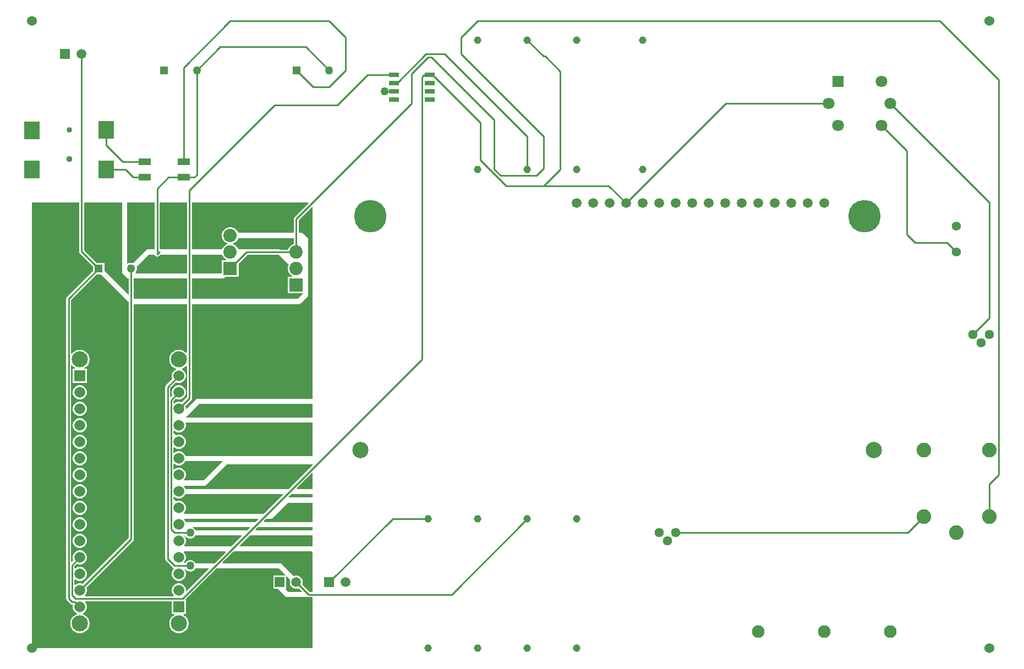
<source format=gtl>
G04*
G04 #@! TF.GenerationSoftware,Altium Limited,Altium Designer,23.6.0 (18)*
G04*
G04 Layer_Physical_Order=1*
G04 Layer_Color=255*
%FSLAX44Y44*%
%MOMM*%
G71*
G04*
G04 #@! TF.SameCoordinates,7898EC2A-0A59-48EF-961D-189EECB35E8C*
G04*
G04*
G04 #@! TF.FilePolarity,Positive*
G04*
G01*
G75*
%ADD13C,0.2540*%
%ADD14R,2.4000X2.8000*%
%ADD15R,1.5250X0.6500*%
%ADD16R,1.8500X1.0000*%
%ADD42C,5.0000*%
%ADD43C,2.5000*%
%ADD44C,1.5000*%
%ADD45C,1.5240*%
%ADD46C,1.1500*%
%ADD47C,0.9500*%
%ADD48C,0.8500*%
%ADD49R,2.0550X2.0550*%
%ADD50C,2.0550*%
%ADD51C,2.2500*%
%ADD52R,1.2750X1.2750*%
%ADD53C,1.2750*%
%ADD54C,1.4400*%
%ADD55R,1.5000X1.5000*%
%ADD56C,1.9500*%
%ADD57C,1.4000*%
%ADD58C,1.8000*%
%ADD59R,1.8000X1.8000*%
%ADD60R,1.6650X1.6650*%
%ADD61C,1.6650*%
%ADD62C,2.4750*%
%ADD63C,1.2700*%
G36*
X450533Y710027D02*
X429053Y688547D01*
X428211Y687287D01*
X427915Y685800D01*
Y664285D01*
X342426D01*
X342142Y665346D01*
X340454Y668269D01*
X338069Y670655D01*
X335146Y672342D01*
X331887Y673215D01*
X328513D01*
X325254Y672342D01*
X322331Y670655D01*
X319946Y668269D01*
X318258Y665346D01*
X317385Y662087D01*
Y658713D01*
X318258Y655454D01*
X319946Y652531D01*
X322331Y650145D01*
X325254Y648458D01*
X325621Y648360D01*
Y647090D01*
X325254Y646992D01*
X322331Y645304D01*
X319946Y642918D01*
X318258Y639996D01*
X317974Y638934D01*
X271347D01*
Y711200D01*
X450047D01*
X450533Y710027D01*
D02*
G37*
G36*
X263577Y638934D02*
X221563D01*
Y711200D01*
X263577D01*
Y638934D01*
D02*
G37*
G36*
X427915Y647126D02*
X426854Y646842D01*
X423931Y645154D01*
X421545Y642768D01*
X419858Y639846D01*
X419574Y638785D01*
X407053D01*
X406300Y638934D01*
X342426D01*
X342142Y639996D01*
X340454Y642918D01*
X338069Y645304D01*
X335146Y646992D01*
X334779Y647090D01*
Y648360D01*
X335146Y648458D01*
X338069Y650145D01*
X340454Y652531D01*
X342142Y655454D01*
X342426Y656515D01*
X427915D01*
Y647126D01*
D02*
G37*
G36*
X263577Y601801D02*
X184404D01*
X183878Y603071D01*
X184934Y604126D01*
X186108Y606159D01*
X186715Y608426D01*
Y610774D01*
X186240Y612546D01*
X204859Y631165D01*
X213899D01*
X214089Y630211D01*
X214931Y628951D01*
X216191Y628109D01*
X217678Y627813D01*
X219165Y628109D01*
X220425Y628951D01*
X222639Y631165D01*
X263577D01*
Y601801D01*
D02*
G37*
G36*
X213793Y638934D02*
X203250D01*
X201763Y638639D01*
X200503Y637797D01*
X180746Y618040D01*
X178974Y618515D01*
X176626D01*
X174359Y617907D01*
X172541Y616858D01*
X171271Y617286D01*
Y711200D01*
X213793D01*
Y638934D01*
D02*
G37*
G36*
X318258Y630103D02*
X319946Y627181D01*
X322331Y624795D01*
X324082Y623785D01*
X323742Y622515D01*
X317385D01*
Y602378D01*
X316807Y601801D01*
X271347D01*
Y631165D01*
X317974D01*
X318258Y630103D01*
D02*
G37*
G36*
X163501Y604520D02*
X163797Y603033D01*
X164639Y601773D01*
X171243Y595169D01*
X172503Y594327D01*
X173915Y594046D01*
Y570638D01*
X172742Y570152D01*
X136715Y606179D01*
Y618515D01*
X124379D01*
X105485Y637409D01*
Y711200D01*
X163501D01*
Y604520D01*
D02*
G37*
G36*
X420408Y615448D02*
X419858Y614496D01*
X418985Y611237D01*
Y607863D01*
X419858Y604603D01*
X421545Y601681D01*
X423931Y599295D01*
X425681Y598285D01*
X425341Y597015D01*
X418985D01*
Y571385D01*
X441159D01*
X441685Y570115D01*
X434255Y562685D01*
X271347D01*
Y594031D01*
X318416D01*
X319903Y594327D01*
X321163Y595169D01*
X322879Y596885D01*
X343015D01*
Y617021D01*
X357009Y631015D01*
X404841D01*
X420408Y615448D01*
D02*
G37*
G36*
X263577Y562685D02*
X181685D01*
Y594031D01*
X263577D01*
Y562685D01*
D02*
G37*
G36*
Y480234D02*
X262307Y479708D01*
X260677Y481338D01*
X258234Y482970D01*
X255520Y484095D01*
X252638Y484668D01*
X249700D01*
X246819Y484095D01*
X244104Y482970D01*
X241662Y481338D01*
X239584Y479260D01*
X237952Y476818D01*
X236828Y474103D01*
X236254Y471222D01*
Y468284D01*
X236828Y465402D01*
X237952Y462688D01*
X239584Y460245D01*
X241662Y458167D01*
X244104Y456535D01*
X246399Y455585D01*
X246546Y454355D01*
X246508Y454207D01*
X244498Y453047D01*
X242475Y451024D01*
X241045Y448546D01*
X240304Y445783D01*
Y442922D01*
X241045Y440159D01*
X241205Y439882D01*
X231187Y429864D01*
X230345Y428604D01*
X230049Y427117D01*
Y387604D01*
Y183134D01*
Y162560D01*
X230345Y161073D01*
X231187Y159813D01*
X241601Y149399D01*
X242861Y148557D01*
X242987Y148532D01*
X243405Y147154D01*
X242475Y146224D01*
X241045Y143746D01*
X240304Y140983D01*
Y138122D01*
X241045Y135359D01*
X242475Y132881D01*
X244498Y130858D01*
X246976Y129428D01*
X249739Y128688D01*
X252600D01*
X255363Y129428D01*
X257841Y130858D01*
X259864Y132881D01*
X261294Y135359D01*
X262034Y138122D01*
Y140983D01*
X261294Y143746D01*
X259864Y146224D01*
X259714Y146373D01*
X260205Y147678D01*
X260771Y147715D01*
X261364Y146687D01*
X263019Y145032D01*
X265047Y143862D01*
X267308Y143256D01*
X269648D01*
X271909Y143862D01*
X273937Y145032D01*
X275592Y146687D01*
X276500Y148261D01*
X296556D01*
X297042Y147088D01*
X263304Y113350D01*
X262034Y113876D01*
Y115583D01*
X261294Y118346D01*
X259864Y120824D01*
X257841Y122847D01*
X255363Y124277D01*
X252600Y125018D01*
X249739D01*
X246976Y124277D01*
X244498Y122847D01*
X242475Y120824D01*
X241045Y118346D01*
X240304Y115583D01*
Y112722D01*
X241045Y109959D01*
X242475Y107481D01*
X243456Y106501D01*
X242930Y105231D01*
X107009D01*
X106483Y106501D01*
X107464Y107481D01*
X108894Y109959D01*
X109634Y112722D01*
Y115583D01*
X108894Y118346D01*
X108734Y118624D01*
X180547Y190436D01*
X181389Y191697D01*
X181685Y193183D01*
Y554915D01*
X263577D01*
Y480234D01*
D02*
G37*
G36*
Y459272D02*
Y411454D01*
X255640Y403517D01*
X255363Y403677D01*
X252600Y404418D01*
X249739D01*
X246976Y403677D01*
X244498Y402247D01*
X244072Y401821D01*
X242899Y402307D01*
Y405188D01*
X246699Y408988D01*
X246976Y408828D01*
X249739Y408088D01*
X252600D01*
X255363Y408828D01*
X257841Y410258D01*
X259864Y412281D01*
X261294Y414759D01*
X262034Y417522D01*
Y420383D01*
X261294Y423146D01*
X259864Y425624D01*
X257841Y427647D01*
X255363Y429077D01*
X252600Y429818D01*
X249739D01*
X246976Y429077D01*
X244498Y427647D01*
X242475Y425624D01*
X241045Y423146D01*
X240304Y420383D01*
Y417522D01*
X241045Y414759D01*
X241205Y414482D01*
X238992Y412269D01*
X237819Y412755D01*
Y425508D01*
X246699Y434388D01*
X246976Y434228D01*
X249739Y433488D01*
X252600D01*
X255363Y434228D01*
X257841Y435658D01*
X259864Y437681D01*
X261294Y440159D01*
X262034Y442922D01*
Y445783D01*
X261294Y448546D01*
X259864Y451024D01*
X257841Y453047D01*
X255831Y454207D01*
X255793Y454355D01*
X255940Y455585D01*
X258234Y456535D01*
X260677Y458167D01*
X262307Y459798D01*
X263577Y459272D01*
D02*
G37*
G36*
X173915Y557991D02*
Y194792D01*
X103240Y124117D01*
X102963Y124277D01*
X100200Y125018D01*
X97339D01*
X94576Y124277D01*
X92098Y122847D01*
X91672Y122421D01*
X90499Y122907D01*
Y130799D01*
X91672Y131285D01*
X92098Y130858D01*
X94576Y129428D01*
X97339Y128688D01*
X100200D01*
X102963Y129428D01*
X105441Y130858D01*
X107464Y132881D01*
X108894Y135359D01*
X109634Y138122D01*
Y140983D01*
X108894Y143746D01*
X107464Y146224D01*
X105441Y148247D01*
X102963Y149677D01*
X100200Y150418D01*
X97339D01*
X94576Y149677D01*
X92098Y148247D01*
X91672Y147821D01*
X90499Y148307D01*
Y151188D01*
X94299Y154988D01*
X94576Y154828D01*
X97339Y154088D01*
X100200D01*
X102963Y154828D01*
X105441Y156258D01*
X107464Y158281D01*
X108894Y160759D01*
X109634Y163522D01*
Y166383D01*
X108894Y169146D01*
X107464Y171624D01*
X105441Y173647D01*
X102963Y175077D01*
X100200Y175818D01*
X97339D01*
X94576Y175077D01*
X92098Y173647D01*
X90075Y171624D01*
X88645Y169146D01*
X87904Y166383D01*
Y163522D01*
X88645Y160759D01*
X88805Y160482D01*
X86592Y158269D01*
X85419Y158755D01*
Y460601D01*
X86689Y460987D01*
X87184Y460245D01*
X89262Y458167D01*
X91705Y456535D01*
X91819Y456488D01*
X91567Y455218D01*
X87904D01*
Y433488D01*
X109634D01*
Y455218D01*
X105972D01*
X105720Y456488D01*
X105834Y456535D01*
X108277Y458167D01*
X110355Y460245D01*
X111987Y462688D01*
X113111Y465402D01*
X113684Y468284D01*
Y471222D01*
X113111Y474103D01*
X111987Y476818D01*
X110355Y479260D01*
X108277Y481338D01*
X105834Y482970D01*
X103120Y484095D01*
X100238Y484668D01*
X97300D01*
X94419Y484095D01*
X91705Y482970D01*
X89262Y481338D01*
X87184Y479260D01*
X86689Y478519D01*
X85419Y478904D01*
Y561725D01*
X124379Y600685D01*
X131221D01*
X173915Y557991D01*
D02*
G37*
G36*
X457200Y704047D02*
Y409269D01*
X280416D01*
X278929Y408973D01*
X277669Y408131D01*
X263208Y393670D01*
X262034Y394156D01*
Y394983D01*
X261294Y397746D01*
X261134Y398023D01*
X270209Y407098D01*
X271051Y408359D01*
X271347Y409845D01*
Y554915D01*
X435864D01*
X437351Y555211D01*
X438611Y556053D01*
X448771Y566213D01*
X449613Y567473D01*
X449909Y568960D01*
Y654050D01*
X449613Y655537D01*
X448771Y656797D01*
X442421Y663147D01*
X441161Y663989D01*
X439674Y664285D01*
X435685D01*
Y684191D01*
X456027Y704533D01*
X457200Y704047D01*
D02*
G37*
G36*
Y380059D02*
X262244D01*
X261758Y381232D01*
X282025Y401499D01*
X457200D01*
Y380059D01*
D02*
G37*
G36*
Y321237D02*
X261377D01*
X261294Y321546D01*
X259864Y324024D01*
X257841Y326047D01*
X255363Y327477D01*
X252600Y328218D01*
X249739D01*
X246976Y327477D01*
X244498Y326047D01*
X244072Y325621D01*
X242899Y326107D01*
Y333999D01*
X244072Y334485D01*
X244498Y334058D01*
X246976Y332628D01*
X249739Y331888D01*
X252600D01*
X255363Y332628D01*
X257841Y334058D01*
X259864Y336081D01*
X261294Y338559D01*
X262034Y341322D01*
Y344183D01*
X261294Y346946D01*
X259864Y349424D01*
X257841Y351447D01*
X255363Y352877D01*
X252600Y353618D01*
X249739D01*
X246976Y352877D01*
X246699Y352717D01*
X242899Y356517D01*
Y359399D01*
X244072Y359885D01*
X244498Y359459D01*
X246976Y358028D01*
X249739Y357288D01*
X252600D01*
X255363Y358028D01*
X257841Y359459D01*
X259864Y361481D01*
X261294Y363959D01*
X262034Y366722D01*
Y369583D01*
X261579Y371282D01*
X262352Y372289D01*
X457200D01*
Y321237D01*
D02*
G37*
G36*
X318231Y312295D02*
X289221Y283285D01*
X259526D01*
X259040Y284458D01*
X259864Y285281D01*
X261294Y287759D01*
X262034Y290522D01*
Y293383D01*
X261294Y296146D01*
X259864Y298624D01*
X257841Y300647D01*
X255363Y302077D01*
X252600Y302818D01*
X249739D01*
X246976Y302077D01*
X244498Y300647D01*
X244072Y300221D01*
X242899Y300707D01*
Y308599D01*
X244072Y309085D01*
X244498Y308659D01*
X246976Y307228D01*
X249739Y306488D01*
X252600D01*
X255363Y307228D01*
X257841Y308659D01*
X259864Y310681D01*
X261294Y313159D01*
X261377Y313468D01*
X317745D01*
X318231Y312295D01*
D02*
G37*
G36*
X457200Y294599D02*
Y270437D01*
X433038D01*
X432552Y271611D01*
X456027Y295085D01*
X457200Y294599D01*
D02*
G37*
G36*
X456966Y307011D02*
X420392Y270437D01*
X261377D01*
X261294Y270746D01*
X259864Y273224D01*
X258842Y274245D01*
X259368Y275515D01*
X290830D01*
X292317Y275811D01*
X293577Y276653D01*
X325205Y308281D01*
X456634D01*
X456966Y307011D01*
D02*
G37*
G36*
X457200Y257123D02*
X419724D01*
X419238Y258296D01*
X423610Y262668D01*
X457200D01*
Y257123D01*
D02*
G37*
G36*
X411449Y261495D02*
X382185Y232231D01*
X259409D01*
X258883Y233501D01*
X259864Y234481D01*
X261294Y236959D01*
X262034Y239722D01*
Y242583D01*
X261294Y245346D01*
X259864Y247824D01*
X257841Y249847D01*
X255363Y251277D01*
X252600Y252018D01*
X249739D01*
X246976Y251277D01*
X246699Y251117D01*
X242899Y254917D01*
Y257799D01*
X244072Y258285D01*
X244498Y257859D01*
X246976Y256428D01*
X249739Y255688D01*
X252600D01*
X255363Y256428D01*
X257841Y257859D01*
X259864Y259881D01*
X261294Y262359D01*
X261377Y262668D01*
X410963D01*
X411449Y261495D01*
D02*
G37*
G36*
X457200Y219637D02*
X382238D01*
X381752Y220811D01*
X385403Y224461D01*
X391922D01*
X393409Y224757D01*
X394669Y225599D01*
X418423Y249353D01*
X457200D01*
Y219637D01*
D02*
G37*
G36*
X373242Y223288D02*
X369592Y219637D01*
X261377D01*
X261294Y219946D01*
X259864Y222424D01*
X259096Y223191D01*
X259622Y224461D01*
X372756D01*
X373242Y223288D01*
D02*
G37*
G36*
X457200Y206831D02*
X369432D01*
X368946Y208004D01*
X372810Y211868D01*
X457200D01*
Y206831D01*
D02*
G37*
G36*
X360649Y210695D02*
X356785Y206831D01*
X276500D01*
X275592Y208405D01*
X273937Y210060D01*
X273004Y210598D01*
X273345Y211868D01*
X360163D01*
X360649Y210695D01*
D02*
G37*
G36*
X347842Y197888D02*
X331893Y181939D01*
X259780D01*
X259294Y183112D01*
X259864Y183681D01*
X261294Y186159D01*
X262034Y188922D01*
Y191783D01*
X261294Y194546D01*
X259864Y197024D01*
X259714Y197173D01*
X260205Y198478D01*
X260771Y198515D01*
X261364Y197487D01*
X263019Y195832D01*
X265047Y194662D01*
X267308Y194056D01*
X269648D01*
X271909Y194662D01*
X273937Y195832D01*
X275592Y197487D01*
X276500Y199061D01*
X347356D01*
X347842Y197888D01*
D02*
G37*
G36*
X457200Y182147D02*
X456946Y181939D01*
X344540D01*
X344054Y183112D01*
X360003Y199061D01*
X457200D01*
Y182147D01*
D02*
G37*
G36*
X322950Y172996D02*
X305985Y156031D01*
X276500D01*
X275592Y157605D01*
X273937Y159260D01*
X271909Y160430D01*
X269648Y161036D01*
X267308D01*
X265047Y160430D01*
X263019Y159260D01*
X261364Y157605D01*
X260582Y156250D01*
X259478Y156277D01*
X259006Y157423D01*
X259864Y158281D01*
X261294Y160759D01*
X262034Y163522D01*
Y166383D01*
X261294Y169146D01*
X259864Y171624D01*
X258588Y172899D01*
X259114Y174169D01*
X322464D01*
X322950Y172996D01*
D02*
G37*
G36*
X457200Y172306D02*
Y111581D01*
X452713D01*
X441159Y123135D01*
X441840Y125678D01*
Y128322D01*
X441156Y130875D01*
X439834Y133165D01*
X437965Y135034D01*
X435675Y136356D01*
X433122Y137040D01*
X430478D01*
X427935Y136359D01*
X409401Y154893D01*
X408141Y155735D01*
X406654Y156031D01*
X318632D01*
X318146Y157204D01*
X335111Y174169D01*
X455337D01*
X457200Y172306D01*
D02*
G37*
G36*
X422441Y130865D02*
X421760Y128322D01*
Y125678D01*
X422444Y123125D01*
X423766Y120835D01*
X425635Y118966D01*
X427925Y117644D01*
X430478Y116960D01*
X433122D01*
X435665Y117641D01*
X440552Y112754D01*
X440066Y111581D01*
X419439D01*
X415233Y115787D01*
X415719Y116960D01*
X416440D01*
Y135207D01*
X417613Y135693D01*
X422441Y130865D01*
D02*
G37*
G36*
X97715Y635800D02*
X98011Y634314D01*
X98853Y633053D01*
X118885Y613021D01*
Y606179D01*
X78787Y566081D01*
X77945Y564821D01*
X77649Y563334D01*
Y101600D01*
X77945Y100113D01*
X78787Y98853D01*
X84121Y93519D01*
X85381Y92677D01*
X86868Y92381D01*
X87450D01*
X88223Y91374D01*
X87904Y90183D01*
Y87322D01*
X88645Y84559D01*
X90075Y82081D01*
X92098Y80058D01*
X94108Y78898D01*
X94146Y78750D01*
X93999Y77521D01*
X91705Y76570D01*
X89262Y74938D01*
X87184Y72860D01*
X85552Y70418D01*
X84428Y67703D01*
X83854Y64822D01*
Y61884D01*
X84428Y59002D01*
X85552Y56288D01*
X87184Y53845D01*
X89262Y51768D01*
X91705Y50135D01*
X94419Y49011D01*
X97300Y48438D01*
X100238D01*
X103120Y49011D01*
X105834Y50135D01*
X108277Y51768D01*
X110355Y53845D01*
X111987Y56288D01*
X113111Y59002D01*
X113684Y61884D01*
Y64822D01*
X113111Y67703D01*
X111987Y70418D01*
X110355Y72860D01*
X108277Y74938D01*
X105834Y76570D01*
X103540Y77521D01*
X103392Y78750D01*
X103431Y78898D01*
X105441Y80058D01*
X107464Y82081D01*
X108894Y84559D01*
X109634Y87322D01*
Y90183D01*
X108894Y92946D01*
X107464Y95424D01*
X106696Y96191D01*
X107222Y97461D01*
X240304D01*
Y77888D01*
X243967D01*
X244219Y76618D01*
X244104Y76570D01*
X241662Y74938D01*
X239584Y72860D01*
X237952Y70418D01*
X236828Y67703D01*
X236254Y64822D01*
Y61884D01*
X236828Y59002D01*
X237952Y56288D01*
X239584Y53845D01*
X241662Y51768D01*
X244104Y50135D01*
X246819Y49011D01*
X249700Y48438D01*
X252638D01*
X255520Y49011D01*
X258234Y50135D01*
X260677Y51768D01*
X262755Y53845D01*
X264387Y56288D01*
X265511Y59002D01*
X266084Y61884D01*
Y64822D01*
X265511Y67703D01*
X264387Y70418D01*
X262755Y72860D01*
X260677Y74938D01*
X258234Y76570D01*
X258120Y76618D01*
X258372Y77888D01*
X262034D01*
Y99618D01*
X262034D01*
X261602Y100661D01*
X309203Y148261D01*
X405045D01*
X415093Y138213D01*
X414607Y137040D01*
X396360D01*
Y116960D01*
X403265D01*
X403653Y116379D01*
X415083Y104949D01*
X416343Y104107D01*
X417830Y103811D01*
X457200D01*
Y25400D01*
X25400D01*
Y711200D01*
X97715D01*
Y635800D01*
D02*
G37*
%LPC*%
G36*
X100200Y429818D02*
X97339D01*
X94576Y429077D01*
X92098Y427647D01*
X90075Y425624D01*
X88645Y423146D01*
X87904Y420383D01*
Y417522D01*
X88645Y414759D01*
X90075Y412281D01*
X92098Y410258D01*
X94576Y408828D01*
X97339Y408088D01*
X100200D01*
X102963Y408828D01*
X105441Y410258D01*
X107464Y412281D01*
X108894Y414759D01*
X109634Y417522D01*
Y420383D01*
X108894Y423146D01*
X107464Y425624D01*
X105441Y427647D01*
X102963Y429077D01*
X100200Y429818D01*
D02*
G37*
G36*
Y404418D02*
X97339D01*
X94576Y403677D01*
X92098Y402247D01*
X90075Y400224D01*
X88645Y397746D01*
X87904Y394983D01*
Y392122D01*
X88645Y389359D01*
X90075Y386881D01*
X92098Y384859D01*
X94576Y383428D01*
X97339Y382688D01*
X100200D01*
X102963Y383428D01*
X105441Y384859D01*
X107464Y386881D01*
X108894Y389359D01*
X109634Y392122D01*
Y394983D01*
X108894Y397746D01*
X107464Y400224D01*
X105441Y402247D01*
X102963Y403677D01*
X100200Y404418D01*
D02*
G37*
G36*
Y379018D02*
X97339D01*
X94576Y378277D01*
X92098Y376847D01*
X90075Y374824D01*
X88645Y372346D01*
X87904Y369583D01*
Y366722D01*
X88645Y363959D01*
X90075Y361481D01*
X92098Y359459D01*
X94576Y358028D01*
X97339Y357288D01*
X100200D01*
X102963Y358028D01*
X105441Y359459D01*
X107464Y361481D01*
X108894Y363959D01*
X109634Y366722D01*
Y369583D01*
X108894Y372346D01*
X107464Y374824D01*
X105441Y376847D01*
X102963Y378277D01*
X100200Y379018D01*
D02*
G37*
G36*
Y353618D02*
X97339D01*
X94576Y352877D01*
X92098Y351447D01*
X90075Y349424D01*
X88645Y346946D01*
X87904Y344183D01*
Y341322D01*
X88645Y338559D01*
X90075Y336081D01*
X92098Y334058D01*
X94576Y332628D01*
X97339Y331888D01*
X100200D01*
X102963Y332628D01*
X105441Y334058D01*
X107464Y336081D01*
X108894Y338559D01*
X109634Y341322D01*
Y344183D01*
X108894Y346946D01*
X107464Y349424D01*
X105441Y351447D01*
X102963Y352877D01*
X100200Y353618D01*
D02*
G37*
G36*
Y328218D02*
X97339D01*
X94576Y327477D01*
X92098Y326047D01*
X90075Y324024D01*
X88645Y321546D01*
X87904Y318783D01*
Y315922D01*
X88645Y313159D01*
X90075Y310681D01*
X92098Y308659D01*
X94576Y307228D01*
X97339Y306488D01*
X100200D01*
X102963Y307228D01*
X105441Y308659D01*
X107464Y310681D01*
X108894Y313159D01*
X109634Y315922D01*
Y318783D01*
X108894Y321546D01*
X107464Y324024D01*
X105441Y326047D01*
X102963Y327477D01*
X100200Y328218D01*
D02*
G37*
G36*
Y302818D02*
X97339D01*
X94576Y302077D01*
X92098Y300647D01*
X90075Y298624D01*
X88645Y296146D01*
X87904Y293383D01*
Y290522D01*
X88645Y287759D01*
X90075Y285281D01*
X92098Y283258D01*
X94576Y281828D01*
X97339Y281088D01*
X100200D01*
X102963Y281828D01*
X105441Y283258D01*
X107464Y285281D01*
X108894Y287759D01*
X109634Y290522D01*
Y293383D01*
X108894Y296146D01*
X107464Y298624D01*
X105441Y300647D01*
X102963Y302077D01*
X100200Y302818D01*
D02*
G37*
G36*
Y277418D02*
X97339D01*
X94576Y276677D01*
X92098Y275247D01*
X90075Y273224D01*
X88645Y270746D01*
X87904Y267983D01*
Y265122D01*
X88645Y262359D01*
X90075Y259881D01*
X92098Y257859D01*
X94576Y256428D01*
X97339Y255688D01*
X100200D01*
X102963Y256428D01*
X105441Y257859D01*
X107464Y259881D01*
X108894Y262359D01*
X109634Y265122D01*
Y267983D01*
X108894Y270746D01*
X107464Y273224D01*
X105441Y275247D01*
X102963Y276677D01*
X100200Y277418D01*
D02*
G37*
G36*
Y252018D02*
X97339D01*
X94576Y251277D01*
X92098Y249847D01*
X90075Y247824D01*
X88645Y245346D01*
X87904Y242583D01*
Y239722D01*
X88645Y236959D01*
X90075Y234481D01*
X92098Y232458D01*
X94576Y231028D01*
X97339Y230288D01*
X100200D01*
X102963Y231028D01*
X105441Y232458D01*
X107464Y234481D01*
X108894Y236959D01*
X109634Y239722D01*
Y242583D01*
X108894Y245346D01*
X107464Y247824D01*
X105441Y249847D01*
X102963Y251277D01*
X100200Y252018D01*
D02*
G37*
G36*
Y226618D02*
X97339D01*
X94576Y225877D01*
X92098Y224447D01*
X90075Y222424D01*
X88645Y219946D01*
X87904Y217183D01*
Y214322D01*
X88645Y211559D01*
X90075Y209081D01*
X92098Y207059D01*
X94576Y205628D01*
X97339Y204888D01*
X100200D01*
X102963Y205628D01*
X105441Y207059D01*
X107464Y209081D01*
X108894Y211559D01*
X109634Y214322D01*
Y217183D01*
X108894Y219946D01*
X107464Y222424D01*
X105441Y224447D01*
X102963Y225877D01*
X100200Y226618D01*
D02*
G37*
G36*
Y201218D02*
X97339D01*
X94576Y200477D01*
X92098Y199047D01*
X90075Y197024D01*
X88645Y194546D01*
X87904Y191783D01*
Y188922D01*
X88645Y186159D01*
X90075Y183681D01*
X92098Y181658D01*
X94576Y180228D01*
X97339Y179488D01*
X100200D01*
X102963Y180228D01*
X105441Y181658D01*
X107464Y183681D01*
X108894Y186159D01*
X109634Y188922D01*
Y191783D01*
X108894Y194546D01*
X107464Y197024D01*
X105441Y199047D01*
X102963Y200477D01*
X100200Y201218D01*
D02*
G37*
%LPD*%
D13*
X939000Y710200D02*
X1092400Y863600D01*
X1497800Y229400D02*
X1498600Y228600D01*
X640080Y934720D02*
X736600Y838200D01*
X635000Y934720D02*
X640080D01*
X609600Y909320D02*
X635000Y934720D01*
X431800Y634900D02*
Y685800D01*
X609600Y863600D01*
Y909320D01*
X736600Y762000D02*
Y838200D01*
X715238Y776178D02*
Y833907D01*
X746160Y752440D02*
X801752D01*
X812800Y763488D01*
Y812800D01*
X736600Y762000D02*
X746160Y752440D01*
X754816Y736600D02*
X812800D01*
X715238Y776178D02*
X754816Y736600D01*
X685800Y939800D02*
X812800Y812800D01*
X631305Y939800D02*
X660400D01*
X787400Y762000D02*
Y812800D01*
X660400Y939800D02*
X787400Y812800D01*
X685800Y939800D02*
Y965200D01*
X711200Y990600D01*
X1422400D01*
X1512860Y900140D01*
Y292550D02*
Y900140D01*
X1497800Y277490D02*
X1512860Y292550D01*
X1497800Y229400D02*
Y277490D01*
X1498600Y533400D02*
Y711200D01*
X1473200Y508000D02*
X1498600Y533400D01*
X1346200Y863600D02*
X1498600Y711200D01*
X1498200Y228200D02*
X1498600Y228600D01*
X912600Y736600D02*
X939000Y710200D01*
X812800Y736600D02*
X912600D01*
X1092400Y863600D02*
X1251200D01*
X625094Y469646D02*
Y904494D01*
X256794Y101346D02*
X625094Y469646D01*
Y904494D02*
X628650Y908050D01*
X1497800Y228200D02*
X1498200D01*
X1016000Y203200D02*
X1372800D01*
X1397800Y228200D01*
X1371600Y661888D02*
Y790700D01*
X1433260Y649540D02*
X1447800Y635000D01*
X1383948Y649540D02*
X1433260D01*
X1371600Y661888D02*
X1383948Y649540D01*
X1332287Y830013D02*
X1371600Y790700D01*
X838200Y762000D02*
Y912912D01*
X787400Y961000D02*
X812301Y936099D01*
X815013D01*
X838200Y912912D01*
X812800Y736600D02*
X838200Y762000D01*
X636720Y908050D02*
X641095D01*
X715238Y833907D01*
X432600Y914400D02*
X458000Y889000D01*
X482600D01*
X508000Y914400D01*
Y965200D01*
X541808Y908050D02*
X582480D01*
X494818Y861060D02*
X541808Y908050D01*
X482600Y990600D02*
X508000Y965200D01*
X398780Y861060D02*
X494818D01*
X330200Y990600D02*
X482600D01*
X258350Y774000D02*
Y918750D01*
X330200Y990600D01*
X582480Y895350D02*
X586855D01*
X631305Y939800D01*
X628650Y908050D02*
X636720D01*
X258350Y750000D02*
X275082D01*
X278600Y753518D01*
Y914400D01*
X314922Y950722D01*
X446278D01*
X482600Y914400D01*
X234950Y750000D02*
X258350D01*
X217678Y732728D02*
X234950Y750000D01*
X217678Y631698D02*
Y732728D01*
Y631698D02*
X221030Y635050D01*
X98769Y114153D02*
X177800Y193183D01*
Y609600D01*
X139400Y799192D02*
Y823000D01*
Y799192D02*
X164592Y774000D01*
X198850D01*
X139400Y762000D02*
X168848D01*
X180848Y750000D01*
X198850D01*
X330200Y609700D02*
X355400Y634900D01*
X431800D01*
X86614Y152797D02*
X98769Y164953D01*
X86614Y106680D02*
Y152797D01*
Y106680D02*
X91948Y101346D01*
X256794D01*
X251169Y393553D02*
X267462Y409845D01*
Y729742D01*
X398780Y861060D01*
X567690Y882650D02*
X582480D01*
X239014Y406797D02*
X251169Y418953D01*
X239014Y208280D02*
Y406797D01*
Y208280D02*
X244348Y202946D01*
X268478D01*
X91256Y96266D02*
X98769Y88753D01*
X86868Y96266D02*
X91256D01*
X81534Y101600D02*
X86868Y96266D01*
X81534Y101600D02*
Y563334D01*
X127800Y609600D01*
X101600Y635800D02*
X127800Y609600D01*
X101600Y635800D02*
Y939800D01*
X233934Y427117D02*
X251169Y444353D01*
X233934Y162560D02*
Y427117D01*
Y162560D02*
X244348Y152146D01*
X268478D01*
X431800Y127000D02*
X451104Y107696D01*
X670696D01*
X787400Y224400D01*
X482600Y127000D02*
X580000Y224400D01*
X635000D01*
D14*
X139400Y762000D02*
D03*
X25400D02*
D03*
Y822200D02*
D03*
X139400Y823000D02*
D03*
D15*
X636720Y908050D02*
D03*
Y895350D02*
D03*
Y882650D02*
D03*
Y869950D02*
D03*
X582480D02*
D03*
Y882650D02*
D03*
Y895350D02*
D03*
Y908050D02*
D03*
D16*
X198850Y774000D02*
D03*
Y750000D02*
D03*
X258350D02*
D03*
Y774000D02*
D03*
D42*
X545800Y690200D02*
D03*
X1305800D02*
D03*
D43*
X530800Y330200D02*
D03*
X1320800D02*
D03*
D44*
X888200Y710200D02*
D03*
X862800D02*
D03*
X1243800D02*
D03*
X1218400D02*
D03*
X1193000D02*
D03*
X1167600D02*
D03*
X1142200D02*
D03*
X1116800D02*
D03*
X1091400D02*
D03*
X1066000D02*
D03*
X1040600D02*
D03*
X1015200D02*
D03*
X989800D02*
D03*
X964400D02*
D03*
X939000D02*
D03*
X913600D02*
D03*
X431800Y127000D02*
D03*
X508000D02*
D03*
X101600Y939800D02*
D03*
D45*
X1498600Y25400D02*
D03*
X25400D02*
D03*
Y990600D02*
D03*
X1498600D02*
D03*
D46*
X863600Y762000D02*
D03*
Y961000D02*
D03*
X787400Y25400D02*
D03*
Y224400D02*
D03*
X711200Y25400D02*
D03*
Y224400D02*
D03*
X635000Y25400D02*
D03*
Y224400D02*
D03*
X863600Y25400D02*
D03*
Y224400D02*
D03*
X711200Y762000D02*
D03*
Y961000D02*
D03*
X965200Y762000D02*
D03*
Y961000D02*
D03*
X787400Y762000D02*
D03*
Y961000D02*
D03*
D47*
X82400Y778000D02*
D03*
D48*
Y823000D02*
D03*
D49*
X330200Y609700D02*
D03*
X431800Y584200D02*
D03*
D50*
X330200Y635050D02*
D03*
Y660400D02*
D03*
X431800Y609550D02*
D03*
Y634900D02*
D03*
D51*
X1497800Y228200D02*
D03*
Y330200D02*
D03*
X1397800D02*
D03*
Y228200D02*
D03*
X1447800Y203200D02*
D03*
D52*
X127800Y609600D02*
D03*
X228600Y914400D02*
D03*
X432600D02*
D03*
D53*
X177800Y609600D02*
D03*
X278600Y914400D02*
D03*
X482600D02*
D03*
D54*
X1016000Y203200D02*
D03*
X1003300Y190500D02*
D03*
X990600Y203200D02*
D03*
X1498600Y508000D02*
D03*
X1485900Y495300D02*
D03*
X1473200Y508000D02*
D03*
D55*
X406400Y127000D02*
D03*
X482600D02*
D03*
X76200Y939800D02*
D03*
D56*
X1346200Y50800D02*
D03*
X1244600D02*
D03*
X1143000D02*
D03*
D57*
X1447800Y675000D02*
D03*
Y635000D02*
D03*
D58*
X1251200Y863600D02*
D03*
X1346200D02*
D03*
X1332287Y830013D02*
D03*
X1265113D02*
D03*
X1332287Y897187D02*
D03*
D59*
X1265113D02*
D03*
D60*
X98769Y444353D02*
D03*
X251169Y88753D02*
D03*
D61*
X98769Y418953D02*
D03*
Y393553D02*
D03*
Y368153D02*
D03*
Y342753D02*
D03*
Y317353D02*
D03*
Y291953D02*
D03*
Y266553D02*
D03*
Y241153D02*
D03*
Y215753D02*
D03*
Y190353D02*
D03*
Y164953D02*
D03*
Y139553D02*
D03*
Y114153D02*
D03*
Y88753D02*
D03*
X251169Y114153D02*
D03*
Y139553D02*
D03*
Y164953D02*
D03*
Y190353D02*
D03*
Y215753D02*
D03*
Y241153D02*
D03*
Y266553D02*
D03*
Y291953D02*
D03*
Y317353D02*
D03*
Y342753D02*
D03*
Y368153D02*
D03*
Y393553D02*
D03*
Y418953D02*
D03*
Y444353D02*
D03*
D62*
X98769Y469753D02*
D03*
X251169D02*
D03*
Y63353D02*
D03*
X98769D02*
D03*
D63*
X567690Y882650D02*
D03*
X268478Y202946D02*
D03*
Y152146D02*
D03*
M02*

</source>
